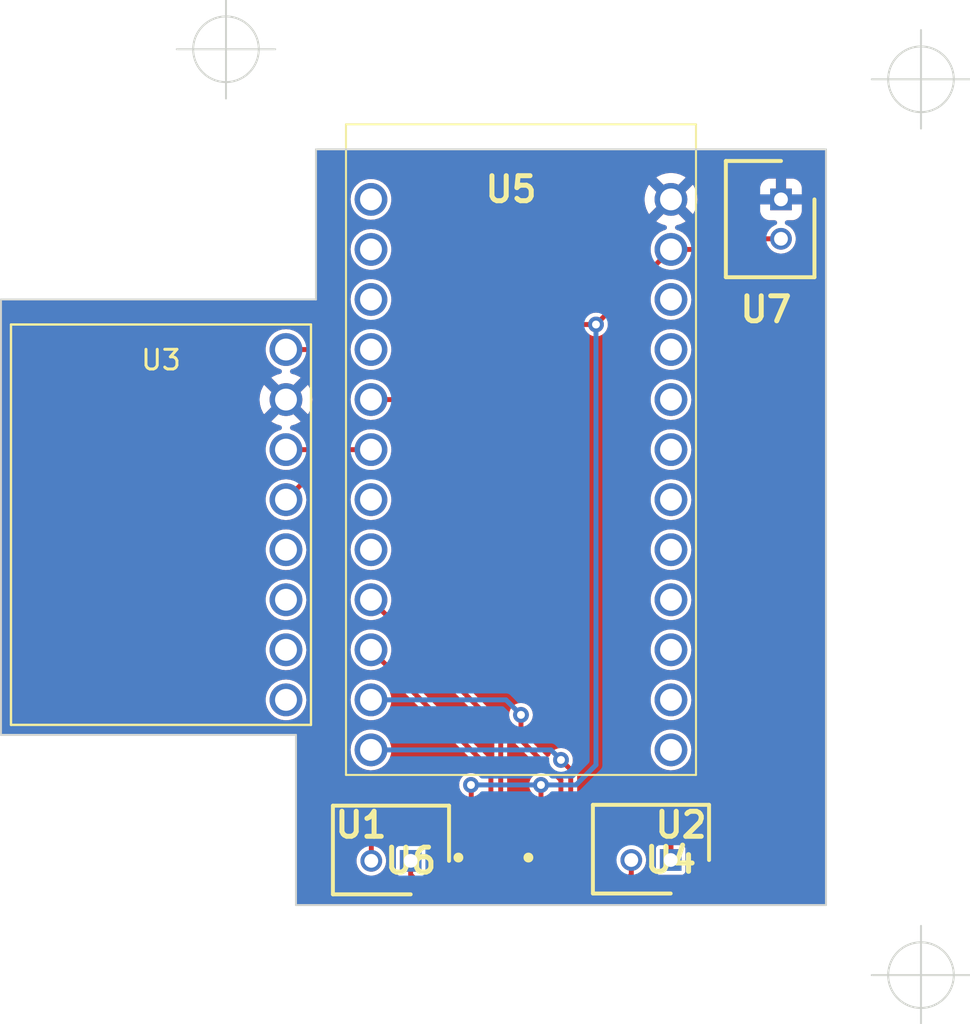
<source format=kicad_pcb>
(kicad_pcb (version 20211014) (generator pcbnew)
  (layers (0 "F.Cu" signal) (31 "B.Cu" signal) (34 "B.Paste" user) (35 "F.Paste" user) (36 "B.SilkS" user "B.Silkscreen") (37 "F.SilkS" user "F.Silkscreen") (38 "B.Mask" user) (39 "F.Mask" user) (44 "Edge.Cuts" user))
  (net 0 "")
  (net 1 "+3V3")
  (net 2 "Net-(U1-Pad2)")
  (net 3 "Net-(U1-Pad3)")
  (net 5 "Net-(U1-Pad5)")
  (net 6 "Net-(U1-Pad6)")
  (net 8 "GND")
  (net 9 "Net-(U2-Pad2)")
  (net 10 "Net-(U2-Pad3)")
  (net 12 "Net-(U2-Pad5)")
  (net 13 "Net-(U2-Pad6)")
  (net 15 "Net-(U3-Pad3)")
  (net 16 "Net-(U3-Pad4)")
  (footprint "reaction_wheel:SHDR2W50P0X200_1X2_590X450X600P" (layer "F.Cu") (at 121.396 104.69)
    (fp_text reference "U6" (at 0 0) (layer "F.SilkS") (effects (font (size 1.27 1.27) (thickness 0.254))))
    (fp_text value "B2B-PH-K-S_LF__SN_" hide)
    (fp_line (start -3.95 1.7) (end -3.95 -2.8) (layer "F.SilkS") (width 0.2))
    (fp_line (start -3.95 -2.8) (end 1.95 -2.8) (layer "F.SilkS") (width 0.2))
    (fp_line (start 0 1.7) (end -3.95 1.7) (layer "F.SilkS") (width 0.2))
    (fp_line (start 1.95 -2.8) (end 1.95 0) (layer "F.SilkS") (width 0.2))
    (pad "1" thru_hole rect (at 0 0) (size 1.1 1.1) (drill 0.7) (layers *.Cu *.Mask) (net 3 "Net-(U1-Pad3)"))
    (pad "2" thru_hole circle (at -2 0) (size 1.1 1.1) (drill 0.7) (layers *.Cu *.Mask) (net 2 "Net-(U1-Pad2)"))
  )
  (footprint "reaction_wheel:MPU6050" (layer "F.Cu") (at 111.252 82.55 -90)
    (fp_text reference "U3" (at -3.278 2.54 unlocked) (layer "F.SilkS"))
    (fp_text value "MPU6050")
    (fp_line (start 15.24 -5.08) (end 15.24 10.16) (layer "F.SilkS") (width 0.12))
    (fp_line (start 15.24 10.16) (end -5.08 10.16) (layer "F.SilkS") (width 0.12))
    (fp_line (start -5.08 -5.08) (end 15.24 -5.08) (layer "F.SilkS") (width 0.12))
    (fp_line (start -5.08 10.16) (end -5.08 -5.08) (layer "F.SilkS") (width 0.12))
    (pad "1" thru_hole circle (at -3.81 -3.81 270) (size 1.665 1.665) (drill 1.11) (layers *.Cu *.Mask) (net 1 "+3V3"))
    (pad "2" thru_hole circle (at -1.27 -3.81 270) (size 1.665 1.665) (drill 1.11) (layers *.Cu *.Mask) (net 8 "GND"))
    (pad "3" thru_hole circle (at 1.27 -3.81 270) (size 1.665 1.665) (drill 1.11) (layers *.Cu *.Mask) (net 15 "Net-(U3-Pad3)"))
    (pad "4" thru_hole circle (at 3.81 -3.81 270) (size 1.665 1.665) (drill 1.11) (layers *.Cu *.Mask) (net 16 "Net-(U3-Pad4)"))
    (pad "5" thru_hole circle (at 6.35 -3.81 270) (size 1.665 1.665) (drill 1.11) (layers *.Cu *.Mask))
    (pad "6" thru_hole circle (at 8.89 -3.81 270) (size 1.665 1.665) (drill 1.11) (layers *.Cu *.Mask))
    (pad "7" thru_hole circle (at 11.43 -3.81 270) (size 1.665 1.665) (drill 1.11) (layers *.Cu *.Mask))
    (pad "8" thru_hole circle (at 13.97 -3.81 270) (size 1.665 1.665) (drill 1.11) (layers *.Cu *.Mask))
  )
  (footprint "reaction_wheel:SHDR2W50P0X200_1X2_590X450X600P" (layer "F.Cu") (at 140.208 71.12 90)
    (fp_text reference "U7" (at -5.588 -0.762 180) (layer "F.SilkS") (effects (font (size 1.27 1.27) (thickness 0.254))))
    (fp_text value "B2B-PH-K-S_LF__SN_" hide)
    (fp_line (start -3.95 1.7) (end -3.95 -2.8) (layer "F.SilkS") (width 0.2))
    (fp_line (start -3.95 -2.8) (end 1.95 -2.8) (layer "F.SilkS") (width 0.2))
    (fp_line (start 1.95 -2.8) (end 1.95 0) (layer "F.SilkS") (width 0.2))
    (fp_line (start 0 1.7) (end -3.95 1.7) (layer "F.SilkS") (width 0.2))
    (pad "1" thru_hole rect (at 0 0 90) (size 1.1 1.1) (drill 0.7) (layers *.Cu *.Mask) (net 8 "GND"))
    (pad "2" thru_hole circle (at -2 0 90) (size 1.1 1.1) (drill 0.7) (layers *.Cu *.Mask) (net 1 "+3V3"))
  )
  (footprint "reaction_wheel:SHDR2W50P0X200_1X2_590X450X600P" (layer "F.Cu") (at 134.604 104.648)
    (fp_text reference "U4" (at 0 0) (layer "F.SilkS") (effects (font (size 1.27 1.27) (thickness 0.254))))
    (fp_text value "B2B-PH-K-S_LF__SN_" hide)
    (fp_line (start -3.95 1.7) (end -3.95 -2.8) (layer "F.SilkS") (width 0.2))
    (fp_line (start 1.95 -2.8) (end 1.95 0) (layer "F.SilkS") (width 0.2))
    (fp_line (start -3.95 -2.8) (end 1.95 -2.8) (layer "F.SilkS") (width 0.2))
    (fp_line (start 0 1.7) (end -3.95 1.7) (layer "F.SilkS") (width 0.2))
    (pad "1" thru_hole rect (at 0 0) (size 1.1 1.1) (drill 0.7) (layers *.Cu *.Mask) (net 10 "Net-(U2-Pad3)"))
    (pad "2" thru_hole circle (at -2 0) (size 1.1 1.1) (drill 0.7) (layers *.Cu *.Mask) (net 9 "Net-(U2-Pad2)"))
  )
  (footprint "reaction_wheel:DEV12587" (layer "F.Cu") (at 134.62 71.12 90)
    (fp_text reference "U5" (at 0.508 -8.128 180) (layer "F.SilkS") (effects (font (size 1.27 1.27) (thickness 0.254))))
    (fp_text value "DEV-12587" hide)
    (fp_line (start 3.81 -16.51) (end 3.81 1.27) (layer "F.SilkS") (width 0.1))
    (fp_line (start 3.81 1.27) (end -29.21 1.27) (layer "F.SilkS") (width 0.1))
    (fp_line (start -29.21 1.27) (end -29.21 -16.51) (layer "F.SilkS") (width 0.1))
    (fp_line (start -29.21 -16.51) (end 3.81 -16.51) (layer "F.SilkS") (width 0.1))
    (pad "1" thru_hole circle (at 0 0 90) (size 1.665 1.665) (drill 1.11) (layers *.Cu *.Mask) (net 8 "GND"))
    (pad "2" thru_hole circle (at -2.54 0 90) (size 1.665 1.665) (drill 1.11) (layers *.Cu *.Mask) (net 1 "+3V3"))
    (pad "3" thru_hole circle (at -5.08 0 90) (size 1.665 1.665) (drill 1.11) (layers *.Cu *.Mask))
    (pad "4" thru_hole circle (at -7.62 0 90) (size 1.665 1.665) (drill 1.11) (layers *.Cu *.Mask))
    (pad "5" thru_hole circle (at -10.16 0 90) (size 1.665 1.665) (drill 1.11) (layers *.Cu *.Mask))
    (pad "6" thru_hole circle (at -12.7 0 90) (size 1.665 1.665) (drill 1.11) (layers *.Cu *.Mask))
    (pad "7" thru_hole circle (at -15.24 0 90) (size 1.665 1.665) (drill 1.11) (layers *.Cu *.Mask))
    (pad "8" thru_hole circle (at -17.78 0 90) (size 1.665 1.665) (drill 1.11) (layers *.Cu *.Mask))
    (pad "9" thru_hole circle (at -20.32 0 90) (size 1.665 1.665) (drill 1.11) (layers *.Cu *.Mask))
    (pad "10" thru_hole circle (at -22.86 0 90) (size 1.665 1.665) (drill 1.11) (layers *.Cu *.Mask))
    (pad "11" thru_hole circle (at -25.4 0 90) (size 1.665 1.665) (drill 1.11) (layers *.Cu *.Mask))
    (pad "12" thru_hole circle (at -27.94 0 90) (size 1.665 1.665) (drill 1.11) (layers *.Cu *.Mask))
    (pad "13" thru_hole circle (at -27.94 -15.24 90) (size 1.665 1.665) (drill 1.11) (layers *.Cu *.Mask) (net 12 "Net-(U2-Pad5)"))
    (pad "14" thru_hole circle (at -25.4 -15.24 90) (size 1.665 1.665) (drill 1.11) (layers *.Cu *.Mask) (net 13 "Net-(U2-Pad6)"))
    (pad "15" thru_hole circle (at -22.86 -15.24 90) (size 1.665 1.665) (drill 1.11) (layers *.Cu *.Mask) (net 6 "Net-(U1-Pad6)"))
    (pad "16" thru_hole circle (at -20.32 -15.24 90) (size 1.665 1.665) (drill 1.11) (layers *.Cu *.Mask) (net 5 "Net-(U1-Pad5)"))
    (pad "17" thru_hole circle (at -17.78 -15.24 90) (size 1.665 1.665) (drill 1.11) (layers *.Cu *.Mask))
    (pad "18" thru_hole circle (at -15.24 -15.24 90) (size 1.665 1.665) (drill 1.11) (layers *.Cu *.Mask))
    (pad "19" thru_hole circle (at -12.7 -15.24 90) (size 1.665 1.665) (drill 1.11) (layers *.Cu *.Mask) (net 15 "Net-(U3-Pad3)"))
    (pad "20" thru_hole circle (at -10.16 -15.24 90) (size 1.665 1.665) (drill 1.11) (layers *.Cu *.Mask) (net 16 "Net-(U3-Pad4)"))
    (pad "21" thru_hole circle (at -7.62 -15.24 90) (size 1.665 1.665) (drill 1.11) (layers *.Cu *.Mask))
    (pad "22" thru_hole circle (at -5.08 -15.24 90) (size 1.665 1.665) (drill 1.11) (layers *.Cu *.Mask))
    (pad "23" thru_hole circle (at -2.54 -15.24 90) (size 1.665 1.665) (drill 1.11) (layers *.Cu *.Mask))
    (pad "24" thru_hole circle (at 0 -15.24 90) (size 1.665 1.665) (drill 1.11) (layers *.Cu *.Mask))
  )
  (footprint "reaction_wheel:SON50P200X200X80-9N" (layer "F.Cu") (at 128.778 103.124 90)
    (fp_text reference "U2" (at 0.254 6.35 180) (layer "F.SilkS") (effects (font (size 1.27 1.27) (thickness 0.254))))
    (fp_text value "DRV8838DSGR" hide)
    (fp_circle (center -1.4 -1.4) (end -1.4 -1.275) (layer "F.SilkS") (width 0.25) (fill none))
    (pad "1" smd rect (at -1.05 -0.75 180) (size 0.3 0.7) (layers "F.Cu" "F.Paste" "F.Mask") (net 1 "+3V3"))
    (pad "2" smd rect (at -1.05 -0.25 180) (size 0.3 0.7) (layers "F.Cu" "F.Paste" "F.Mask") (net 9 "Net-(U2-Pad2)"))
    (pad "3" smd rect (at -1.05 0.25 180) (size 0.3 0.7) (layers "F.Cu" "F.Paste" "F.Mask") (net 10 "Net-(U2-Pad3)"))
    (pad "4" smd rect (at -1.05 0.75 180) (size 0.3 0.7) (layers "F.Cu" "F.Paste" "F.Mask"))
    (pad "5" smd rect (at 1.05 0.75 180) (size 0.3 0.7) (layers "F.Cu" "F.Paste" "F.Mask") (net 12 "Net-(U2-Pad5)"))
    (pad "6" smd rect (at 1.05 0.25 180) (size 0.3 0.7) (layers "F.Cu" "F.Paste" "F.Mask") (net 13 "Net-(U2-Pad6)"))
    (pad "7" smd rect (at 1.05 -0.25 180) (size 0.3 0.7) (layers "F.Cu" "F.Paste" "F.Mask"))
    (pad "8" smd rect (at 1.05 -0.75 180) (size 0.3 0.7) (layers "F.Cu" "F.Paste" "F.Mask") (net 1 "+3V3"))
    (pad "9" smd rect (at 0 0 90) (size 1 1.7) (layers "F.Cu" "F.Paste" "F.Mask") (net 8 "GND"))
  )
  (footprint "reaction_wheel:SON50P200X200X80-9N" (layer "F.Cu") (at 125.222 103.124 90)
    (fp_text reference "U1" (at 0.254 -6.35 180) (layer "F.SilkS") (effects (font (size 1.27 1.27) (thickness 0.254))))
    (fp_text value "DRV8838DSGR" hide)
    (fp_circle (center -1.4 -1.4) (end -1.4 -1.275) (layer "F.SilkS") (width 0.25) (fill none))
    (pad "1" smd rect (at -1.05 -0.75 180) (size 0.3 0.7) (layers "F.Cu" "F.Paste" "F.Mask") (net 1 "+3V3"))
    (pad "2" smd rect (at -1.05 -0.25 180) (size 0.3 0.7) (layers "F.Cu" "F.Paste" "F.Mask") (net 2 "Net-(U1-Pad2)"))
    (pad "3" smd rect (at -1.05 0.25 180) (size 0.3 0.7) (layers "F.Cu" "F.Paste" "F.Mask") (net 3 "Net-(U1-Pad3)"))
    (pad "4" smd rect (at -1.05 0.75 180) (size 0.3 0.7) (layers "F.Cu" "F.Paste" "F.Mask"))
    (pad "5" smd rect (at 1.05 0.75 180) (size 0.3 0.7) (layers "F.Cu" "F.Paste" "F.Mask") (net 5 "Net-(U1-Pad5)"))
    (pad "6" smd rect (at 1.05 0.25 180) (size 0.3 0.7) (layers "F.Cu" "F.Paste" "F.Mask") (net 6 "Net-(U1-Pad6)"))
    (pad "7" smd rect (at 1.05 -0.25 180) (size 0.3 0.7) (layers "F.Cu" "F.Paste" "F.Mask"))
    (pad "8" smd rect (at 1.05 -0.75 180) (size 0.3 0.7) (layers "F.Cu" "F.Paste" "F.Mask") (net 1 "+3V3"))
    (pad "9" smd rect (at 0 0 90) (size 1 1.7) (layers "F.Cu" "F.Paste" "F.Mask") (net 8 "GND"))
  )
  (gr_line (start 115.57 98.298) (end 115.57 106.934) (layer "Edge.Cuts") (width 0.1))
  (gr_line (start 116.586 68.58) (end 116.586 76.2) (layer "Edge.Cuts") (width 0.1))
  (gr_line (start 115.57 106.934) (end 115.824 106.934) (layer "Edge.Cuts") (width 0.1))
  (gr_line (start 100.584 98.298) (end 115.57 98.298) (layer "Edge.Cuts") (width 0.1))
  (gr_line (start 100.584 98.298) (end 100.584 76.2) (layer "Edge.Cuts") (width 0.1))
  (gr_line (start 142.494 68.58) (end 142.494 106.934) (layer "Edge.Cuts") (width 0.1))
  (gr_line (start 142.494 106.934) (end 115.824 106.934) (layer "Edge.Cuts") (width 0.1))
  (gr_line (start 100.584 76.2) (end 116.586 76.2) (layer "Edge.Cuts") (width 0.1))
  (gr_line (start 116.586 68.58) (end 142.494 68.58) (layer "Edge.Cuts") (width 0.1))
  (gr_text "Y.H\nNimbus" (at 108.204 88.138 90) (layer "F.Cu") (effects (font (size 1.25 1.25) (thickness 0.2))))
  (gr_text "CubeSat Reaction Wheel" (at 139.446 91.694 90) (layer "F.Cu") (effects (font (size 1.25 1.25) (thickness 0.2))))
  (target plus (at 147.32 110.49) (size 5) (width 0.1) (layer "Edge.Cuts"))
  (target plus (at 147.32 65.024) (size 5) (width 0.1) (layer "Edge.Cuts"))
  (target plus (at 112.014 63.5) (size 5) (width 0.1) (layer "Edge.Cuts"))
  (segment (start 127.828 104.174) (end 128.028 104.174) (width 0.25) (layer "F.Cu") (net 1))
  (segment (start 124.472 102.074) (end 124.472 100.85) (width 0.25) (layer "F.Cu") (net 1))
  (segment (start 124.24 102.074) (end 123.952 102.362) (width 0.25) (layer "F.Cu") (net 1))
  (segment (start 124.472 102.074) (end 124.24 102.074) (width 0.25) (layer "F.Cu") (net 1))
  (segment (start 118.11 77.47) (end 130.81 77.47) (width 0.25) (layer "F.Cu") (net 1))
  (segment (start 138.43 73.66) (end 138.97 73.12) (width 0.25) (layer "F.Cu") (net 1))
  (segment (start 115.062 78.74) (end 116.84 78.74) (width 0.25) (layer "F.Cu") (net 1))
  (segment (start 138.97 73.12) (end 140.208 73.12) (width 0.25) (layer "F.Cu") (net 1))
  (segment (start 124.24 104.174) (end 124.472 104.174) (width 0.25) (layer "F.Cu") (net 1))
  (segment (start 116.84 78.74) (end 118.11 77.47) (width 0.25) (layer "F.Cu") (net 1))
  (segment (start 134.62 73.66) (end 138.43 73.66) (width 0.25) (layer "F.Cu") (net 1))
  (segment (start 128.028 102.074) (end 127.796 102.074) (width 0.25) (layer "F.Cu") (net 1))
  (segment (start 123.952 103.886) (end 124.24 104.174) (width 0.25) (layer "F.Cu") (net 1))
  (segment (start 130.81 77.47) (end 134.62 73.66) (width 0.25) (layer "F.Cu") (net 1))
  (segment (start 127.796 102.074) (end 127.508 102.362) (width 0.25) (layer "F.Cu") (net 1))
  (segment (start 128.016 102.062) (end 128.028 102.074) (width 0.25) (layer "F.Cu") (net 1))
  (segment (start 127.508 103.854) (end 127.828 104.174) (width 0.25) (layer "F.Cu") (net 1))
  (segment (start 123.952 102.362) (end 123.952 103.886) (width 0.25) (layer "F.Cu") (net 1))
  (segment (start 127.508 102.362) (end 127.508 103.854) (width 0.25) (layer "F.Cu") (net 1))
  (segment (start 124.472 100.85) (end 124.46 100.838) (width 0.25) (layer "F.Cu") (net 1))
  (segment (start 128.016 100.838) (end 128.016 102.062) (width 0.25) (layer "F.Cu") (net 1))
  (via (at 124.46 100.838) (size 0.8) (drill 0.4) (layers "F.Cu" "B.Cu") (net 1))
  (via (at 130.81 77.47) (size 0.8) (drill 0.4) (layers "F.Cu" "B.Cu") (net 1))
  (via (at 128.016 100.838) (size 0.8) (drill 0.4) (layers "F.Cu" "B.Cu") (net 1))
  (segment (start 128.016 100.838) (end 129.794 100.838) (width 0.25) (layer "B.Cu") (net 1))
  (segment (start 124.46 100.838) (end 128.016 100.838) (width 0.25) (layer "B.Cu") (net 1))
  (segment (start 130.81 99.822) (end 130.81 77.47) (width 0.25) (layer "B.Cu") (net 1))
  (segment (start 129.794 100.838) (end 130.81 99.822) (width 0.25) (layer "B.Cu") (net 1))
  (segment (start 124.714 105.41) (end 123.19 105.41) (width 0.25) (layer "F.Cu") (net 2))
  (segment (start 124.972 104.174) (end 124.972 105.152) (width 0.25) (layer "F.Cu") (net 2))
  (segment (start 122.936 105.156) (end 122.936 103.886) (width 0.25) (layer "F.Cu") (net 2))
  (segment (start 122.936 103.886) (end 122.682 103.632) (width 0.25) (layer "F.Cu") (net 2))
  (segment (start 119.396 103.902) (end 119.396 104.69) (width 0.25) (layer "F.Cu") (net 2))
  (segment (start 123.19 105.41) (end 122.936 105.156) (width 0.25) (layer "F.Cu") (net 2))
  (segment (start 122.682 103.632) (end 119.634 103.632) (width 0.25) (layer "F.Cu") (net 2))
  (segment (start 119.634 103.632) (end 119.38 103.886) (width 0.25) (layer "F.Cu") (net 2))
  (segment (start 119.38 103.886) (end 119.396 103.902) (width 0.25) (layer "F.Cu") (net 2))
  (segment (start 124.972 105.152) (end 124.714 105.41) (width 0.25) (layer "F.Cu") (net 2))
  (segment (start 125.472 104.174) (end 125.472 105.414) (width 0.25) (layer "F.Cu") (net 3))
  (segment (start 124.968 105.918) (end 121.92 105.918) (width 0.25) (layer "F.Cu") (net 3))
  (segment (start 121.92 105.918) (end 121.396 105.394) (width 0.25) (layer "F.Cu") (net 3))
  (segment (start 125.472 105.414) (end 124.968 105.918) (width 0.25) (layer "F.Cu") (net 3))
  (segment (start 121.396 105.394) (end 121.396 104.69) (width 0.25) (layer "F.Cu") (net 3))
  (segment (start 125.972 98.032) (end 125.972 102.074) (width 0.25) (layer "F.Cu") (net 5))
  (segment (start 119.38 91.44) (end 125.972 98.032) (width 0.25) (layer "F.Cu") (net 5))
  (segment (start 119.38 93.98) (end 125.472 100.072) (width 0.25) (layer "F.Cu") (net 6))
  (segment (start 125.472 100.072) (end 125.472 102.074) (width 0.25) (layer "F.Cu") (net 6))
  (segment (start 132.604 105.394) (end 132.604 104.648) (width 0.25) (layer "F.Cu") (net 9))
  (segment (start 128.528 105.414) (end 129.032 105.918) (width 0.25) (layer "F.Cu") (net 9))
  (segment (start 128.528 104.174) (end 128.528 105.414) (width 0.25) (layer "F.Cu") (net 9))
  (segment (start 132.08 105.918) (end 132.604 105.394) (width 0.25) (layer "F.Cu") (net 9))
  (segment (start 129.032 105.918) (end 132.08 105.918) (width 0.25) (layer "F.Cu") (net 9))
  (segment (start 134.366 103.632) (end 134.62 103.886) (width 0.25) (layer "F.Cu") (net 10))
  (segment (start 130.81 105.41) (end 131.064 105.156) (width 0.25) (layer "F.Cu") (net 10))
  (segment (start 131.318 103.632) (end 134.366 103.632) (width 0.25) (layer "F.Cu") (net 10))
  (segment (start 129.032 104.178) (end 129.032 105.156) (width 0.25) (layer "F.Cu") (net 10))
  (segment (start 134.62 103.886) (end 134.62 104.632) (width 0.25) (layer "F.Cu") (net 10))
  (segment (start 134.62 104.632) (end 134.604 104.648) (width 0.25) (layer "F.Cu") (net 10))
  (segment (start 131.064 103.886) (end 131.318 103.632) (width 0.25) (layer "F.Cu") (net 10))
  (segment (start 131.064 105.156) (end 131.064 103.886) (width 0.25) (layer "F.Cu") (net 10))
  (segment (start 129.286 105.41) (end 130.81 105.41) (width 0.25) (layer "F.Cu") (net 10))
  (segment (start 129.032 105.156) (end 129.286 105.41) (width 0.25) (layer "F.Cu") (net 10))
  (segment (start 129.528 100.064) (end 129.528 102.074) (width 0.25) (layer "F.Cu") (net 12))
  (segment (start 129.032 99.568) (end 129.528 100.064) (width 0.25) (layer "F.Cu") (net 12))
  (via (at 129.032 99.568) (size 0.8) (drill 0.4) (layers "F.Cu" "B.Cu") (net 12))
  (segment (start 129.032 99.568) (end 128.524 99.06) (width 0.25) (layer "B.Cu") (net 12))
  (segment (start 128.524 99.06) (end 119.38 99.06) (width 0.25) (layer "B.Cu") (net 12))
  (segment (start 129.028 100.589305) (end 129.028 102.074) (width 0.25) (layer "F.Cu") (net 13))
  (segment (start 127 97.282) (end 127 98.561305) (width 0.25) (layer "F.Cu") (net 13))
  (segment (start 127 98.561305) (end 129.028 100.589305) (width 0.25) (layer "F.Cu") (net 13))
  (via (at 127 97.282) (size 0.8) (drill 0.4) (layers "F.Cu" "B.Cu") (net 13))
  (segment (start 127 97.282) (end 126.238 96.52) (width 0.25) (layer "B.Cu") (net 13))
  (segment (start 126.238 96.52) (end 119.38 96.52) (width 0.25) (layer "B.Cu") (net 13))
  (segment (start 115.062 83.82) (end 119.38 83.82) (width 0.25) (layer "F.Cu") (net 15))
  (segment (start 120.904 81.28) (end 121.412 81.788) (width 0.25) (layer "F.Cu") (net 16))
  (segment (start 121.412 83.82) (end 120.2545 84.9775) (width 0.25) (layer "F.Cu") (net 16))
  (segment (start 120.2545 84.9775) (end 116.4445 84.9775) (width 0.25) (layer "F.Cu") (net 16))
  (segment (start 116.4445 84.9775) (end 115.062 86.36) (width 0.25) (layer "F.Cu") (net 16))
  (segment (start 121.412 81.788) (end 121.412 83.82) (width 0.25) (layer "F.Cu") (net 16))
  (segment (start 119.38 81.28) (end 120.904 81.28) (width 0.25) (layer "F.Cu") (net 16))
  (zone (net 8) (net_name "GND") (layers F&B.Cu) (connect_pads (clearance 0)) (min_thickness 0.254) (fill yes (thermal_gap 0.508) (thermal_bridge_width 0.508))
    (polygon (pts (xy 142.494 106.934) (xy 115.57 106.934) (xy 115.57 98.298) (xy 100.584 98.298) (xy 100.584 76.2) (xy 116.586 76.2) (xy 116.586 68.58) (xy 142.494 68.58)))
  )
)
</source>
